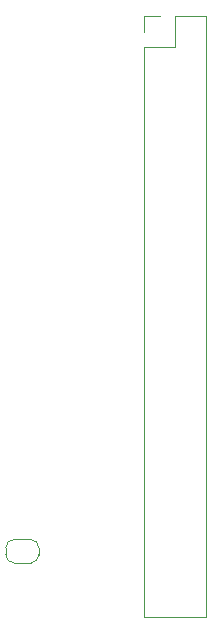
<source format=gbr>
%TF.GenerationSoftware,KiCad,Pcbnew,7.0.2-0*%
%TF.CreationDate,2024-01-15T07:51:27+01:00*%
%TF.ProjectId,dac,6461632e-6b69-4636-9164-5f7063625858,rev?*%
%TF.SameCoordinates,Original*%
%TF.FileFunction,Legend,Bot*%
%TF.FilePolarity,Positive*%
%FSLAX46Y46*%
G04 Gerber Fmt 4.6, Leading zero omitted, Abs format (unit mm)*
G04 Created by KiCad (PCBNEW 7.0.2-0) date 2024-01-15 07:51:27*
%MOMM*%
%LPD*%
G01*
G04 APERTURE LIST*
%ADD10C,0.120000*%
G04 APERTURE END LIST*
D10*
%TO.C,NT2*%
X56450000Y-99650000D02*
G75*
G03*
X55750000Y-100350000I0J-700000D01*
G01*
X55750000Y-100950000D02*
G75*
G03*
X56450000Y-101650000I700000J0D01*
G01*
X57850000Y-101650000D02*
G75*
G03*
X58550000Y-100950000I1J699999D01*
G01*
X58550000Y-100350000D02*
G75*
G03*
X57850000Y-99650000I-699999J1D01*
G01*
X55750000Y-100350000D02*
X55750000Y-100950000D01*
X58550000Y-100950000D02*
X58550000Y-100350000D01*
X57850000Y-99650000D02*
X56450000Y-99650000D01*
X56450000Y-101650000D02*
X57850000Y-101650000D01*
%TO.C,J1*%
X72670000Y-55320000D02*
X72670000Y-106240000D01*
X67470000Y-57920000D02*
X67470000Y-106240000D01*
X72670000Y-55320000D02*
X70070000Y-55320000D01*
X72670000Y-106240000D02*
X67470000Y-106240000D01*
X70070000Y-55320000D02*
X70070000Y-57920000D01*
X70070000Y-57920000D02*
X67470000Y-57920000D01*
X68800000Y-55320000D02*
X67470000Y-55320000D01*
X67470000Y-55320000D02*
X67470000Y-56650000D01*
%TD*%
M02*

</source>
